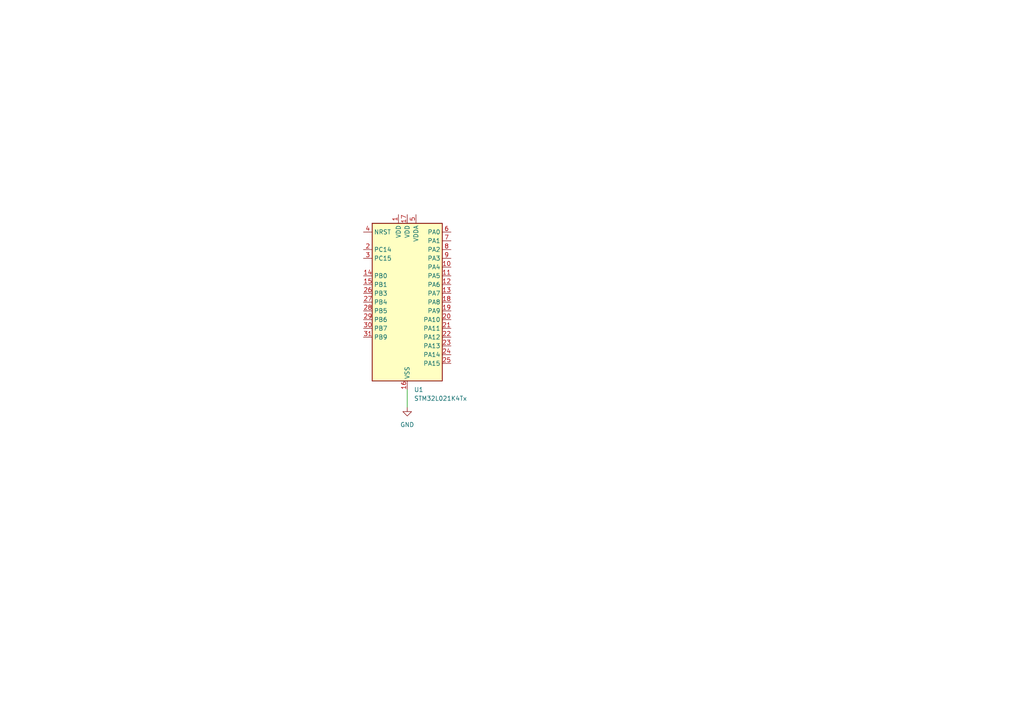
<source format=kicad_sch>
(kicad_sch (version 20230121) (generator eeschema)
  (paper "A4")
  (lib_symbols
    (symbol "MCU_ST_STM32L0:STM32L021K4Tx"
      (property "Reference" "U" (at -10.16 24.13 0))
      (property "Value" "STM32L021K4Tx" (at 5.08 24.13 0))
      (symbol "STM32L021K4Tx_0_1"
        (rectangle (start -10.16 -22.86) (end 10.16 22.86) (stroke (width 0.254)) (fill (type background)))
      )
      (symbol "STM32L021K4Tx_1_1"
        (pin power_in line (at -2.54 25.4 270) (length 2.54) (name "VDD") (number "1"))
        (pin bidirectional line (at 12.7 10.16 180) (length 2.54) (name "PA4") (number "10"))
        (pin bidirectional line (at 12.7 7.62 180) (length 2.54) (name "PA5") (number "11"))
        (pin bidirectional line (at 12.7 5.08 180) (length 2.54) (name "PA6") (number "12"))
        (pin bidirectional line (at 12.7 2.54 180) (length 2.54) (name "PA7") (number "13"))
        (pin bidirectional line (at -12.7 7.62 0) (length 2.54) (name "PB0") (number "14"))
        (pin bidirectional line (at -12.7 5.08 0) (length 2.54) (name "PB1") (number "15"))
        (pin power_in line (at 0 -25.4 90) (length 2.54) (name "VSS") (number "16"))
        (pin power_in line (at 0 25.4 270) (length 2.54) (name "VDD") (number "17"))
        (pin bidirectional line (at 12.7 0 180) (length 2.54) (name "PA8") (number "18"))
        (pin bidirectional line (at 12.7 -2.54 180) (length 2.54) (name "PA9") (number "19"))
        (pin bidirectional line (at -12.7 15.24 0) (length 2.54) (name "PC14") (number "2"))
        (pin bidirectional line (at 12.7 -5.08 180) (length 2.54) (name "PA10") (number "20"))
        (pin bidirectional line (at 12.7 -7.62 180) (length 2.54) (name "PA11") (number "21"))
        (pin bidirectional line (at 12.7 -10.16 180) (length 2.54) (name "PA12") (number "22"))
        (pin bidirectional line (at 12.7 -12.7 180) (length 2.54) (name "PA13") (number "23"))
        (pin bidirectional line (at 12.7 -15.24 180) (length 2.54) (name "PA14") (number "24"))
        (pin bidirectional line (at 12.7 -17.78 180) (length 2.54) (name "PA15") (number "25"))
        (pin bidirectional line (at -12.7 2.54 0) (length 2.54) (name "PB3") (number "26"))
        (pin bidirectional line (at -12.7 0 0) (length 2.54) (name "PB4") (number "27"))
        (pin bidirectional line (at -12.7 -2.54 0) (length 2.54) (name "PB5") (number "28"))
        (pin bidirectional line (at -12.7 -5.08 0) (length 2.54) (name "PB6") (number "29"))
        (pin bidirectional line (at -12.7 12.7 0) (length 2.54) (name "PC15") (number "3"))
        (pin bidirectional line (at -12.7 -7.62 0) (length 2.54) (name "PB7") (number "30"))
        (pin bidirectional line (at -12.7 -10.16 0) (length 2.54) (name "PB9") (number "31"))
        (pin passive line (at 0 -25.4 90) (length 2.54) hide (name "VSS") (number "32"))
        (pin input line (at -12.7 20.32 0) (length 2.54) (name "NRST") (number "4"))
        (pin power_in line (at 2.54 25.4 270) (length 2.54) (name "VDDA") (number "5"))
        (pin bidirectional line (at 12.7 20.32 180) (length 2.54) (name "PA0") (number "6"))
        (pin bidirectional line (at 12.7 17.78 180) (length 2.54) (name "PA1") (number "7"))
        (pin bidirectional line (at 12.7 15.24 180) (length 2.54) (name "PA2") (number "8"))
        (pin bidirectional line (at 12.7 12.7 180) (length 2.54) (name "PA3") (number "9"))
      )
    )
    (symbol "power:GND" (power) (pin_names (offset 0))
      (property "Value" "GND" (at 0 -3.81 0))
      (symbol "GND_0_1"
        (polyline (pts (xy 0 0) (xy 0 -1.27) (xy 1.27 -1.27) (xy 0 -2.54) (xy -1.27 -1.27) (xy 0 -1.27)))
      )
      (symbol "GND_1_1"
        (pin power_in line (at 0 0 270) (length 0) hide (name "GND") (number "1"))
      )
    )
  )
  (wire (pts (xy 118.11 113.03) (xy 118.11 118.11)))
  (symbol (lib_id "power:GND") (at 118.11 118.11 0) (unit 1)
    (property "Reference" "#PWR01" (effects hide))
    (property "Value" "GND" (at 118.11 123.19 0))
  )
  (symbol (lib_id "MCU_ST_STM32L0:STM32L021K4Tx") (at 118.11 87.63 0) (unit 1)
    (property "Reference" "U1" (at 120.0659 113.03 0) (effects (justify left)))
    (property "Value" "STM32L021K4Tx" (at 120.0659 115.57 0) (effects (justify left)))
    (property "Footprint" "Package_QFP:LQFP-32_7x7mm_P0.8mm" (effects hide))
    (property "Datasheet" "https://www.st.com/resource/en/datasheet/stm32l021k4.pdf" (effects hide))
  )
)
</source>
